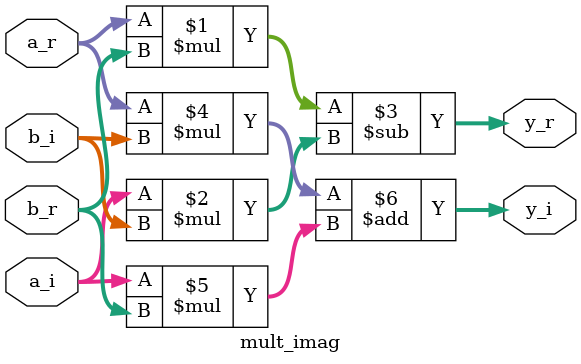
<source format=v>
module mult_imag
#(parameter DATA_WIDTH = 64)
(a_r, a_i, b_r, b_i, y_r, y_i);

  input [DATA_WIDTH - 1: 0] a_r;
  input [DATA_WIDTH - 1: 0] a_i;
  input [DATA_WIDTH - 1: 0] b_r;
  input [DATA_WIDTH - 1: 0] b_i;

  output [DATA_WIDTH - 1: 0] y_r;
  output [DATA_WIDTH - 1: 0] y_i;

  assign y_r = a_r * b_r - a_i * b_i;
  assign y_i = a_r * b_i + a_i * b_r;

endmodule

</source>
